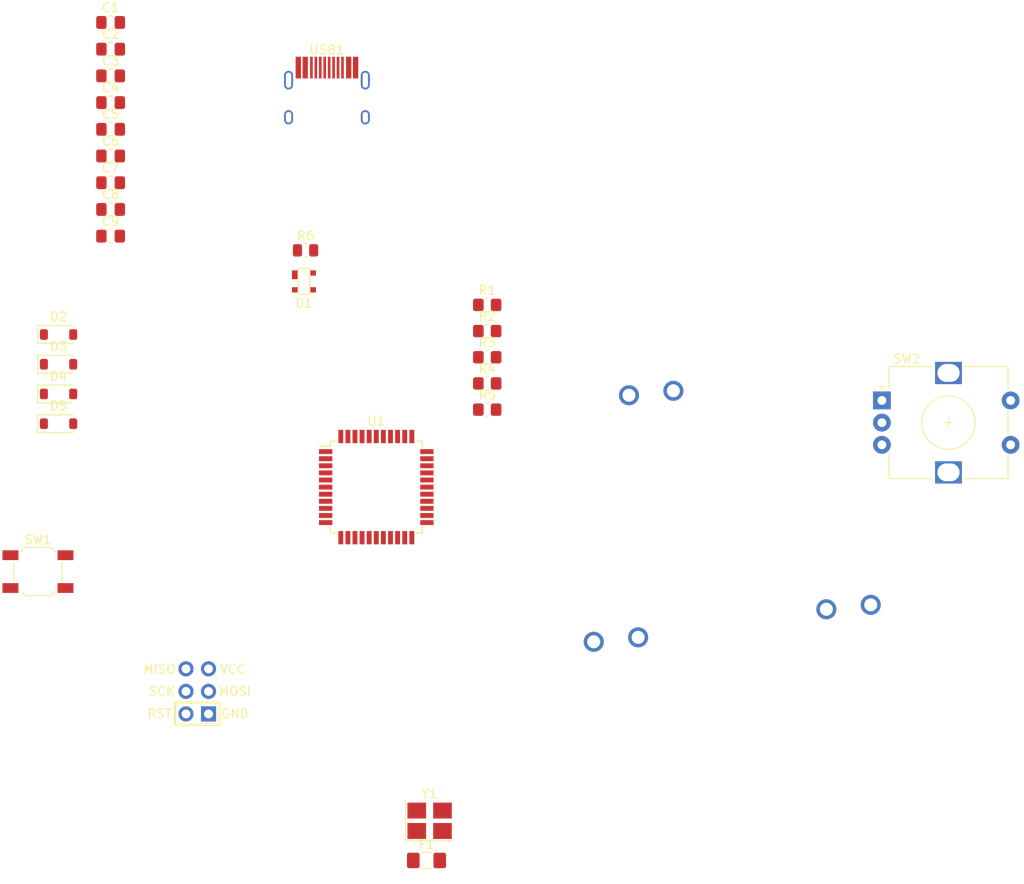
<source format=kicad_pcb>
(kicad_pcb (version 20240108) (generator "pcbnew") (generator_version "8.0")
  (layers (0 "F.Cu" signal) (31 "B.Cu" signal) (34 "B.Paste" user) (35 "F.Paste" user) (36 "B.SilkS" user "B.Silkscreen") (37 "F.SilkS" user "F.Silkscreen") (38 "B.Mask" user) (39 "F.Mask" user) (44 "Edge.Cuts" user))
  (net 0 "")
  (net 1 "XTAL1")
  (net 2 "GND")
  (net 3 "XTAL2")
  (net 4 "Net-(U1-UCAP)")
  (net 5 "ROT0")
  (net 6 "ROT1")
  (net 7 "+5V")
  (net 8 "VCC")
  (net 9 "Net-(D1-I{slash}O2)")
  (net 10 "Net-(D1-I{slash}O1)")
  (net 11 "ROW 0")
  (net 12 "Net-(D2-A)")
  (net 13 "Net-(D3-A)")
  (net 14 "Net-(D4-A)")
  (net 15 "ROW 1")
  (net 16 "Net-(D5-A)")
  (net 17 "SCK")
  (net 18 "MOSI")
  (net 19 "RESET")
  (net 20 "MISO")
  (net 21 "COL 1")
  (net 22 "COL 0")
  (net 23 "D-")
  (net 24 "D+")
  (net 25 "Net-(USB1-CC2)")
  (net 26 "Net-(USB1-CC1)")
  (net 27 "Net-(U1-~{HWB}{slash}PE2)")
  (footprint "Alps_Only:ALPS-1U" (layer "F.Cu") (at 186.53125 126.20625)
    (property "Reference" "MX2")
    (property "Value" "MX-NoLED")
    (pad "1" thru_hole circle (at -2.5 -4) (size 2.25 2.25) (drill 1.47) (layers "*.Cu" "B.Mask") (net 21 "COL 1"))
    (pad "2" thru_hole circle (at 2.5 -4.5) (size 2.25 2.25) (drill 1.47) (layers "*.Cu" "B.Mask") (net 16 "Net-(D5-A)"))
  )
  (footprint "Resistor_SMD:R_0805_2012Metric_Pad1.20x1.40mm_HandSolder" (layer "F.Cu") (at 172.0375 96.04375)
    (property "Reference" "R5" (at 0 -1.65 0) (layer "F.SilkS"))
    (property "Value" "5.1k")
    (fp_line (start -0.227064 -0.735) (end 0.227064 -0.735) (stroke (width 0.12)) (layer "F.SilkS"))
    (fp_line (start -0.227064 0.735) (end 0.227064 0.735) (stroke (width 0.12)) (layer "F.SilkS"))
    (pad "1" smd roundrect (at -1 0) (size 1.2 1.4) (layers "F.Cu" "F.Paste" "F.Mask") (roundrect_rratio 0.208333) (net 26 "Net-(USB1-CC1)"))
    (pad "2" smd roundrect (at 1 0) (size 1.2 1.4) (layers "F.Cu" "F.Paste" "F.Mask") (roundrect_rratio 0.208333) (net 2 "GND"))
  )
  (footprint "Fuse:Fuse_1206_3216Metric_Pad1.42x1.75mm_HandSolder" (layer "F.Cu") (at 165.2 146.84375)
    (property "Reference" "F1" (at 0 -1.82 0) (layer "F.SilkS"))
    (property "Value" "500mA")
    (fp_line (start -0.602064 -0.91) (end 0.602064 -0.91) (stroke (width 0.12)) (layer "F.SilkS"))
    (fp_line (start -0.602064 0.91) (end 0.602064 0.91) (stroke (width 0.12)) (layer "F.SilkS"))
    (pad "1" smd roundrect (at -1.4875 0) (size 1.425 1.75) (layers "F.Cu" "F.Paste" "F.Mask") (roundrect_rratio 0.175439) (net 8 "VCC"))
    (pad "2" smd roundrect (at 1.4875 0) (size 1.425 1.75) (layers "F.Cu" "F.Paste" "F.Mask") (roundrect_rratio 0.175439) (net 7 "+5V"))
  )
  (footprint "Capacitor_SMD:C_0805_2012Metric_Pad1.18x1.45mm_HandSolder" (layer "F.Cu") (at 129.625 58.43875)
    (property "Reference" "C3" (at 0 -1.68 0) (layer "F.SilkS"))
    (property "Value" "1 uF")
    (fp_line (start -0.261252 -0.735) (end 0.261252 -0.735) (stroke (width 0.12)) (layer "F.SilkS"))
    (fp_line (start -0.261252 0.735) (end 0.261252 0.735) (stroke (width 0.12)) (layer "F.SilkS"))
    (pad "1" smd roundrect (at -1.0375 0) (size 1.175 1.45) (layers "F.Cu" "F.Paste" "F.Mask") (roundrect_rratio 0.212766) (net 4 "Net-(U1-UCAP)"))
    (pad "2" smd roundrect (at 1.0375 0) (size 1.175 1.45) (layers "F.Cu" "F.Paste" "F.Mask") (roundrect_rratio 0.212766) (net 2 "GND"))
  )
  (footprint "Capacitor_SMD:C_0805_2012Metric_Pad1.18x1.45mm_HandSolder" (layer "F.Cu") (at 129.625 67.46875)
    (property "Reference" "C6" (at 0 -1.68 0) (layer "F.SilkS"))
    (property "Value" "0.1uF")
    (fp_line (start -0.261252 -0.735) (end 0.261252 -0.735) (stroke (width 0.12)) (layer "F.SilkS"))
    (fp_line (start -0.261252 0.735) (end 0.261252 0.735) (stroke (width 0.12)) (layer "F.SilkS"))
    (pad "1" smd roundrect (at -1.0375 0) (size 1.175 1.45) (layers "F.Cu" "F.Paste" "F.Mask") (roundrect_rratio 0.212766) (net 7 "+5V"))
    (pad "2" smd roundrect (at 1.0375 0) (size 1.175 1.45) (layers "F.Cu" "F.Paste" "F.Mask") (roundrect_rratio 0.212766) (net 2 "GND"))
  )
  (footprint "Resistor_SMD:R_0805_2012Metric_Pad1.20x1.40mm_HandSolder" (layer "F.Cu") (at 172.0375 90.14375)
    (property "Reference" "R3" (at 0 -1.65 0) (layer "F.SilkS"))
    (property "Value" "22")
    (fp_line (start -0.227064 -0.735) (end 0.227064 -0.735) (stroke (width 0.12)) (layer "F.SilkS"))
    (fp_line (start -0.227064 0.735) (end 0.227064 0.735) (stroke (width 0.12)) (layer "F.SilkS"))
    (pad "1" smd roundrect (at -1 0) (size 1.2 1.4) (layers "F.Cu" "F.Paste" "F.Mask") (roundrect_rratio 0.208333) (net 10 "Net-(D1-I{slash}O1)"))
    (pad "2" smd roundrect (at 1 0) (size 1.2 1.4) (layers "F.Cu" "F.Paste" "F.Mask") (roundrect_rratio 0.208333) (net 24 "D+"))
  )
  (footprint "Alps_Only:ALPS-1U" (layer "F.Cu") (at 212.725 122.54375)
    (property "Reference" "MX3")
    (property "Value" "MX-NoLED")
    (pad "1" thru_hole circle (at -2.5 -4) (size 2.25 2.25) (drill 1.47) (layers "*.Cu" "B.Mask") (net 22 "COL 0"))
    (pad "2" thru_hole circle (at 2.5 -4.5) (size 2.25 2.25) (drill 1.47) (layers "*.Cu" "B.Mask") (net 14 "Net-(D4-A)"))
  )
  (footprint "Diode_SMD:D_SOD-123" (layer "F.Cu") (at 123.7625 94.28125)
    (property "Reference" "D4" (at 0 -2 0) (layer "F.SilkS"))
    (property "Value" "SOD-123")
    (fp_line (start -2.36 -1) (end -2.36 1) (stroke (width 0.12)) (layer "F.SilkS"))
    (fp_line (start -2.36 -1) (end 1.65 -1) (stroke (width 0.12)) (layer "F.SilkS"))
    (fp_line (start -2.36 1) (end 1.65 1) (stroke (width 0.12)) (layer "F.SilkS"))
    (pad "1" smd roundrect (at -1.65 0) (size 0.9 1.2) (layers "F.Cu" "F.Paste" "F.Mask") (net 15 "ROW 1"))
    (pad "2" smd roundrect (at 1.65 0) (size 0.9 1.2) (layers "F.Cu" "F.Paste" "F.Mask") (net 14 "Net-(D4-A)"))
  )
  (footprint "Capacitor_SMD:C_0805_2012Metric_Pad1.18x1.45mm_HandSolder" (layer "F.Cu") (at 129.625 61.44875)
    (property "Reference" "C4" (at 0 -1.68 0) (layer "F.SilkS"))
    (property "Value" "100nF")
    (fp_line (start -0.261252 -0.735) (end 0.261252 -0.735) (stroke (width 0.12)) (layer "F.SilkS"))
    (fp_line (start -0.261252 0.735) (end 0.261252 0.735) (stroke (width 0.12)) (layer "F.SilkS"))
    (pad "1" smd roundrect (at -1.0375 0) (size 1.175 1.45) (layers "F.Cu" "F.Paste" "F.Mask") (roundrect_rratio 0.212766) (net 5 "ROT0"))
    (pad "2" smd roundrect (at 1.0375 0) (size 1.175 1.45) (layers "F.Cu" "F.Paste" "F.Mask") (roundrect_rratio 0.212766) (net 2 "GND"))
  )
  (footprint "Type-C:HRO-TYPE-C-31-M-12-HandSoldering" (layer "F.Cu") (at 153.9875 65.70375)
    (property "Reference" "USB1" (at 0 -10.2 0) (layer "F.SilkS"))
    (property "Value" "HRO-TYPE-C-31-M-12")
    (pad "" np_thru_hole circle (at -2.89 -6.25) (size 0.65 0.65) (drill 0.65) (layers "*.Cu" "*.Mask"))
    (pad "" np_thru_hole circle (at 2.89 -6.25) (size 0.65 0.65) (drill 0.65) (layers "*.Cu" "*.Mask"))
    (pad "1" smd rect (at -3.225 -8.195) (size 0.6 2.45) (layers "F.Cu" "F.Paste" "F.Mask") (net 2 "GND"))
    (pad "2" smd rect (at -2.45 -8.195) (size 0.6 2.45) (layers "F.Cu" "F.Paste" "F.Mask") (net 8 "VCC"))
    (pad "3" smd rect (at -1.75 -8.195) (size 0.3 2.45) (layers "F.Cu" "F.Paste" "F.Mask"))
    (pad "4" smd rect (at -1.25 -8.195) (size 0.3 2.45) (layers "F.Cu" "F.Paste" "F.Mask") (net 26 "Net-(USB1-CC1)"))
    (pad "5" smd rect (at -0.75 -8.195) (size 0.3 2.45) (layers "F.Cu" "F.Paste" "F.Mask") (net 9 "Net-(D1-I{slash}O2)"))
    (pad "6" smd rect (at -0.25 -8.195) (size 0.3 2.45) (layers "F.Cu" "F.Paste" "F.Mask") (net 10 "Net-(D1-I{slash}O1)"))
    (pad "7" smd rect (at 0.25 -8.195) (size 0.3 2.45) (layers "F.Cu" "F.Paste" "F.Mask") (net 9 "Net-(D1-I{slash}O2)"))
    (pad "8" smd rect (at 0.75 -8.195) (size 0.3 2.45) (layers "F.Cu" "F.Paste" "F.Mask") (net 10 "Net-(D1-I{slash}O1)"))
    (pad "9" smd rect (at 1.25 -8.195) (size 0.3 2.45) (layers "F.Cu" "F.Paste" "F.Mask"))
    (pad "10" smd rect (at 1.75 -8.195) (size 0.3 2.45) (layers "F.Cu" "F.Paste" "F.Mask") (net 25 "Net-(USB1-CC2)"))
    (pad "11" smd rect (at 2.45 -8.195) (size 0.6 2.45) (layers "F.Cu" "F.Paste" "F.Mask") (net 8 "VCC"))
    (pad "12" smd rect (at 3.225 -8.195) (size 0.6 2.45) (layers "F.Cu" "F.Paste" "F.Mask") (net 2 "GND"))
    (pad "13" thru_hole oval (at -4.32 -6.78) (size 1 2.1) (drill oval 0.6 1.7) (layers "*.Cu" "B.Mask") (net 2 "GND"))
    (pad "13" thru_hole oval (at -4.32 -2.6) (size 1 1.6) (drill oval 0.6 1.2) (layers "*.Cu" "B.Mask") (net 2 "GND"))
    (pad "13" thru_hole oval (at 4.32 -6.78) (size 1 2.1) (drill oval 0.6 1.7) (layers "*.Cu" "B.Mask") (net 2 "GND"))
    (pad "13" thru_hole oval (at 4.32 -2.6) (size 1 1.6) (drill oval 0.6 1.2) (layers "*.Cu" "B.Mask") (net 2 "GND"))
  )
  (footprint "random-keyboard-parts:Reset_Pretty-Mask" (layer "F.Cu") (at 139.3825 127.79375)
    (property "Reference" "J1")
    (property "Value" "AVR-ISP-6")
    (fp_line (start -2.5 1.25) (end 2.5 1.25) (stroke (width 0.25)) (layer "F.SilkS"))
    (fp_line (start -2.5 3.75) (end -2.5 1.25) (stroke (width 0.25)) (layer "F.SilkS"))
    (fp_line (start 2.5 1.25) (end 2.5 3.75) (stroke (width 0.25)) (layer "F.SilkS"))
    (fp_line (start 2.5 3.75) (end -2.5 3.75) (stroke (width 0.25)) (layer "F.SilkS"))
    (fp_text user "MOSI" (at 4.25 0 0) (layer "F.SilkS"))
    (fp_text user "MISO" (at -4.25 -2.5 0) (layer "F.SilkS"))
    (fp_text user "SCK" (at -4 0 0) (layer "F.SilkS"))
    (fp_text user "GND" (at 4.25 2.5 0) (layer "F.SilkS"))
    (fp_text user "VCC" (at 4 -2.5 0) (layer "F.SilkS"))
    (fp_text user "RST" (at -4.25 2.5 0) (layer "F.SilkS"))
    (pad "1" thru_hole circle (at -1.27 -2.54) (size 1.7 1.7) (drill 1) (layers "*.Cu" "F.Mask") (net 20 "MISO"))
    (pad "2" thru_hole circle (at 1.27 -2.54) (size 1.7 1.7) (drill 1) (layers "*.Cu" "F.Mask") (net 7 "+5V"))
    (pad "3" thru_hole circle (at -1.27 0) (size 1.7 1.7) (drill 1) (layers "*.Cu" "F.Mask") (net 17 "SCK"))
    (pad "4" thru_hole circle (at 1.27 0) (size 1.7 1.7) (drill 1) (layers "*.Cu" "F.Mask") (net 18 "MOSI"))
    (pad "5" thru_hole circle (at -1.27 2.54) (size 1.7 1.7) (drill 1) (layers "*.Cu" "F.Mask") (net 19 "RESET"))
    (pad "6" thru_hole rect (at 1.27 2.54) (size 1.7 1.7) (drill 1) (layers "*.Cu" "F.Mask") (net 2 "GND"))
  )
  (footprint "Package_QFP:TQFP-44_10x10mm_P0.8mm" (layer "F.Cu") (at 159.54375 104.775)
    (property "Reference" "U1" (at 0 -7.45 0) (layer "F.SilkS"))
    (property "Value" "ATmega32U4-A")
    (fp_line (start -5.175 -5.175) (end -5.175 -4.6) (stroke (width 0.15)) (layer "F.SilkS"))
    (fp_line (start -5.175 -5.175) (end -4.5 -5.175) (stroke (width 0.15)) (layer "F.SilkS"))
    (fp_line (start -5.175 -4.6) (end -6.45 -4.6) (stroke (width 0.15)) (layer "F.SilkS"))
    (fp_line (start -5.175 5.175) (end -5.175 4.5) (stroke (width 0.15)) (layer "F.SilkS"))
    (fp_line (start -5.175 5.175) (end -4.5 5.175) (stroke (width 0.15)) (layer "F.SilkS"))
    (fp_line (start 5.175 -5.175) (end 4.5 -5.175) (stroke (width 0.15)) (layer "F.SilkS"))
    (fp_line (start 5.175 -5.175) (end 5.175 -4.5) (stroke (width 0.15)) (layer "F.SilkS"))
    (fp_line (start 5.175 5.175) (end 4.5 5.175) (stroke (width 0.15)) (layer "F.SilkS"))
    (fp_line (start 5.175 5.175) (end 5.175 4.5) (stroke (width 0.15)) (layer "F.SilkS"))
    (pad "1" smd rect (at -5.7 -4) (size 1.5 0.55) (layers "F.Cu" "F.Paste" "F.Mask") (net 11 "ROW 0"))
    (pad "2" smd rect (at -5.7 -3.2) (size 1.5 0.55) (layers "F.Cu" "F.Paste" "F.Mask") (net 7 "+5V"))
    (pad "3" smd rect (at -5.7 -2.4) (size 1.5 0.55) (layers "F.Cu" "F.Paste" "F.Mask") (net 23 "D-"))
    (pad "4" smd rect (at -5.7 -1.6) (size 1.5 0.55) (layers "F.Cu" "F.Paste" "F.Mask") (net 24 "D+"))
    (pad "5" smd rect (at -5.7 -0.8) (size 1.5 0.55) (layers "F.Cu" "F.Paste" "F.Mask") (net 2 "GND"))
    (pad "6" smd rect (at -5.7 0) (size 1.5 0.55) (layers "F.Cu" "F.Paste" "F.Mask") (net 4 "Net-(U1-UCAP)"))
    (pad "7" smd rect (at -5.7 0.8) (size 1.5 0.55) (layers "F.Cu" "F.Paste" "F.Mask") (net 7 "+5V"))
    (pad "8" smd rect (at -5.7 1.6) (size 1.5 0.55) (layers "F.Cu" "F.Paste" "F.Mask"))
    (pad "9" smd rect (at -5.7 2.4) (size 1.5 0.55) (layers "F.Cu" "F.Paste" "F.Mask") (net 17 "SCK"))
    (pad "10" smd rect (at -5.7 3.2) (size 1.5 0.55) (layers "F.Cu" "F.Paste" "F.Mask") (net 18 "MOSI"))
    (pad "11" smd rect (at -5.7 4) (size 1.5 0.55) (layers "F.Cu" "F.Paste" "F.Mask") (net 20 "MISO"))
    (pad "12" smd rect (at -4 5.7 90) (size 1.5 0.55) (layers "F.Cu" "F.Paste" "F.Mask"))
    (pad "13" smd rect (at -3.2 5.7 90) (size 1.5 0.55) (layers "F.Cu" "F.Paste" "F.Mask") (net 19 "RESET"))
    (pad "14" smd rect (at -2.4 5.7 90) (size 1.5 0.55) (layers "F.Cu" "F.Paste" "F.Mask") (net 7 "+5V"))
    (pad "15" smd rect (at -1.6 5.7 90) (size 1.5 0.55) (layers "F.Cu" "F.Paste" "F.Mask") (net 2 "GND"))
    (pad "16" smd rect (at -0.8 5.7 90) (size 1.5 0.55) (layers "F.Cu" "F.Paste" "F.Mask") (net 3 "XTAL2"))
    (pad "17" smd rect (at 0 5.7 90) (size 1.5 0.55) (layers "F.Cu" "F.Paste" "F.Mask") (net 1 "XTAL1"))
    (pad "18" smd rect (at 0.8 5.7 90) (size 1.5 0.55) (layers "F.Cu" "F.Paste" "F.Mask"))
    (pad "19" smd rect (at 1.6 5.7 90) (size 1.5 0.55) (layers "F.Cu" "F.Paste" "F.Mask"))
    (pad "20" smd rect (at 2.4 5.7 90) (size 1.5 0.55) (layers "F.Cu" "F.Paste" "F.Mask"))
    (pad "21" smd rect (at 3.2 5.7 90) (size 1.5 0.55) (layers "F.Cu" "F.Paste" "F.Mask"))
    (pad "22" smd rect (at 4 5.7 90) (size 1.5 0.55) (layers "F.Cu" "F.Paste" "F.Mask"))
    (pad "23" smd rect (at 5.7 4) (size 1.5 0.55) (layers "F.Cu" "F.Paste" "F.Mask") (net 2 "GND"))
    (pad "24" smd rect (at 5.7 3.2) (size 1.5 0.55) (layers "F.Cu" "F.Paste" "F.Mask") (net 7 "+5V"))
    (pad "25" smd rect (at 5.7 2.4) (size 1.5 0.55) (layers "F.Cu" "F.Paste" "F.Mask"))
    (pad "26" smd rect (at 5.7 1.6) (size 1.5 0.55) (layers "F.Cu" "F.Paste" "F.Mask"))
    (pad "27" smd rect (at 5.7 0.8) (size 1.5 0.55) (layers "F.Cu" "F.Paste" "F.Mask"))
    (pad "28" smd rect (at 5.7 0) (size 1.5 0.55) (layers "F.Cu" "F.Paste" "F.Mask") (net 22 "COL 0"))
    (pad "29" smd rect (at 5.7 -0.8) (size 1.5 0.55) (layers "F.Cu" "F.Paste" "F.Mask") (net 21 "COL 1"))
    (pad "30" smd rect (at 5.7 -1.6) (size 1.5 0.55) (layers "F.Cu" "F.Paste" "F.Mask"))
    (pad "31" smd rect (at 5.7 -2.4) (size 1.5 0.55) (layers "F.Cu" "F.Paste" "F.Mask") (net 5 "ROT0"))
    (pad "32" smd rect (at 5.7 -3.2) (size 1.5 0.55) (layers "F.Cu" "F.Paste" "F.Mask") (net 6 "ROT1"))
    (pad "33" smd rect (at 5.7 -4) (size 1.5 0.55) (layers "F.Cu" "F.Paste" "F.Mask") (net 27 "Net-(U1-~{HWB}{slash}PE2)"))
    (pad "34" smd rect (at 4 -5.7 90) (size 1.5 0.55) (layers "F.Cu" "F.Paste" "F.Mask") (net 7 "+5V"))
    (pad "35" smd rect (at 3.2 -5.7 90) (size 1.5 0.55) (layers "F.Cu" "F.Paste" "F.Mask") (net 2 "GND"))
    (pad "36" smd rect (at 2.4 -5.7 90) (size 1.5 0.55) (layers "F.Cu" "F.Paste" "F.Mask"))
    (pad "37" smd rect (at 1.6 -5.7 90) (size 1.5 0.55) (layers "F.Cu" "F.Paste" "F.Mask"))
    (pad "38" smd rect (at 0.8 -5.7 90) (size 1.5 0.55) (layers "F.Cu" "F.Paste" "F.Mask") (net 15 "ROW 1"))
    (pad "39" smd rect (at 0 -5.7 90) (size 1.5 0.55) (layers "F.Cu" "F.Paste" "F.Mask"))
    (pad "40" smd rect (at -0.8 -5.7 90) (size 1.5 0.55) (layers "F.Cu" "F.Paste" "F.Mask"))
    (pad "41" smd rect (at -1.6 -5.7 90) (size 1.5 0.55) (layers "F.Cu" "F.Paste" "F.Mask"))
    (pad "42" smd rect (at -2.4 -5.7 90) (size 1.5 0.55) (layers "F.Cu" "F.Paste" "F.Mask"))
    (pad "43" smd rect (at -3.2 -5.7 90) (size 1.5 0.55) (layers "F.Cu" "F.Paste" "F.Mask") (net 2 "GND"))
    (pad "44" smd rect (at -4 -5.7 90) (size 1.5 0.55) (layers "F.Cu" "F.Paste" "F.Mask") (net 7 "+5V"))
  )
  (footprint "Resistor_SMD:R_0805_2012Metric_Pad1.20x1.40mm_HandSolder" (layer "F.Cu") (at 172.0375 87.19375)
    (property "Reference" "R2" (at 0 -1.65 0) (layer "F.SilkS"))
    (property "Value" "10k")
    (fp_line (start -0.227064 -0.735) (end 0.227064 -0.735) (stroke (width 0.12)) (layer "F.SilkS"))
    (fp_line (start -0.227064 0.735) (end 0.227064 0.735) (stroke (width 0.12)) (layer "F.SilkS"))
    (pad "1" smd roundrect (at -1 0) (size 1.2 1.4) (layers "F.Cu" "F.Paste" "F.Mask") (roundrect_rratio 0.208333) (net 19 "RESET"))
    (pad "2" smd roundrect (at 1 0) (size 1.2 1.4) (layers "F.Cu" "F.Paste" "F.Mask") (roundrect_rratio 0.208333) (net 7 "+5V"))
  )
  (footprint "Resistor_SMD:R_0805_2012Metric" (layer "F.Cu") (at 151.58 78.1)
    (property "Reference" "R6" (at 0 -1.65 0) (layer "F.SilkS"))
    (property "Value" "10k")
    (fp_line (start -0.227064 -0.735) (end 0.227064 -0.735) (stroke (width 0.12)) (layer "F.SilkS"))
    (fp_line (start -0.227064 0.735) (end 0.227064 0.735) (stroke (width 0.12)) (layer "F.SilkS"))
    (pad "1" smd roundrect (at -0.9125 0) (size 1.025 1.4) (layers "F.Cu" "F.Paste" "F.Mask") (roundrect_rratio 0.243902) (net 27 "Net-(U1-~{HWB}{slash}PE2)"))
    (pad "2" smd roundrect (at 0.9125 0) (size 1.025 1.4) (layers "F.Cu" "F.Paste" "F.Mask") (roundrect_rratio 0.243902) (net 2 "GND"))
  )
  (footprint "Crystal:Crystal_SMD_3225-4Pin_3.2x2.5mm_HandSoldering" (layer "F.Cu") (at 165.55 142.37375)
    (property "Reference" "Y1" (at 0 -3.05 0) (layer "F.SilkS"))
    (property "Value" "16Mhz")
    (fp_line (start -2.7 -2.25) (end -2.7 2.25) (stroke (width 0.12)) (layer "F.SilkS"))
    (fp_line (start -2.7 2.25) (end 2.7 2.25) (stroke (width 0.12)) (layer "F.SilkS"))
    (pad "1" smd rect (at -1.45 1.15) (size 2.1 1.8) (layers "F.Cu" "F.Paste" "F.Mask") (net 1 "XTAL1"))
    (pad "2" smd rect (at 1.45 1.15) (size 2.1 1.8) (layers "F.Cu" "F.Paste" "F.Mask") (net 2 "GND"))
    (pad "3" smd rect (at 1.45 -1.15) (size 2.1 1.8) (layers "F.Cu" "F.Paste" "F.Mask") (net 3 "XTAL2"))
    (pad "4" smd rect (at -1.45 -1.15) (size 2.1 1.8) (layers "F.Cu" "F.Paste" "F.Mask") (net 2 "GND"))
  )
  (footprint "Rotary_Encoder:RotaryEncoder_Alps_EC12E-Switch_Vertical_H20mm" (layer "F.Cu") (at 216.48125 95.0125)
    (property "Reference" "SW2" (at 2.8 -4.7 0) (layer "F.SilkS"))
    (property "Value" "RotaryEncoder_Switch")
    (fp_line (start -0.3 -1.6) (end 0.3 -1.6) (stroke (width 0.12)) (layer "F.SilkS"))
    (fp_line (start 0 -1.3) (end -0.3 -1.6) (stroke (width 0.12)) (layer "F.SilkS"))
    (fp_line (start 0.3 -1.6) (end 0 -1.3) (stroke (width 0.12)) (layer "F.SilkS"))
    (fp_line (start 0.8 -3.8) (end 0.8 -1.3) (stroke (width 0.12)) (layer "F.SilkS"))
    (fp_line (start 0.8 8.8) (end 0.8 6) (stroke (width 0.12)) (layer "F.SilkS"))
    (fp_line (start 5.6 -3.8) (end 0.8 -3.8) (stroke (width 0.12)) (layer "F.SilkS"))
    (fp_line (start 5.7 8.8) (end 0.8 8.8) (stroke (width 0.12)) (layer "F.SilkS"))
    (fp_line (start 7 2.5) (end 8 2.5) (stroke (width 0.12)) (layer "F.SilkS"))
    (fp_line (start 7.5 2) (end 7.5 3) (stroke (width 0.12)) (layer "F.SilkS"))
    (fp_line (start 9.3 -3.8) (end 14.2 -3.8) (stroke (width 0.12)) (layer "F.SilkS"))
    (fp_line (start 14.2 -3.8) (end 14.2 -1.2) (stroke (width 0.12)) (layer "F.SilkS"))
    (fp_line (start 14.2 1.2) (end 14.2 3.8) (stroke (width 0.12)) (layer "F.SilkS"))
    (fp_line (start 14.2 6.2) (end 14.2 8.8) (stroke (width 0.12)) (layer "F.SilkS"))
    (fp_line (start 14.2 8.8) (end 9.3 8.8) (stroke (width 0.12)) (layer "F.SilkS"))
    (fp_circle (center 7.5 2.5) (end 10.5 2.5) (stroke (width 0.12)) (fill none) (layer "F.SilkS"))
    (pad "A" thru_hole rect (at 0 0) (size 2 2) (drill 1) (layers "*.Cu" "*.Mask") (net 5 "ROT0"))
    (pad "B" thru_hole circle (at 0 5) (size 2 2) (drill 1) (layers "*.Cu" "*.Mask") (net 6 "ROT1"))
    (pad "C" thru_hole circle (at 0 2.5) (size 2 2) (drill 1) (layers "*.Cu" "*.Mask") (net 2 "GND"))
    (pad "MP" thru_hole rect (at 7.5 -3.1) (size 3 2.5) (drill oval 2.5 2) (layers "*.Cu" "*.Mask"))
    (pad "MP" thru_hole rect (at 7.5 8.1) (size 3 2.5) (drill oval 2.5 2) (layers "*.Cu" "*.Mask"))
    (pad "S1" thru_hole circle (at 14.5 0) (size 2 2) (drill 1) (layers "*.Cu" "*.Mask") (net 22 "COL 0"))
    (pad "S2" thru_hole circle (at 14.5 5) (size 2 2) (drill 1) (layers "*.Cu" "*.Mask") (net 12 "Net-(D2-A)"))
  )
  (footprint "Capacitor_SMD:C_0805_2012Metric_Pad1.18x1.45mm_HandSolder" (layer "F.Cu") (at 129.625 64.45875)
    (property "Reference" "C5" (at 0 -1.68 0) (layer "F.SilkS"))
    (property "Value" "100nF")
    (fp_line (start -0.261252 -0.735) (end 0.261252 -0.735) (stroke (width 0.12)) (layer "F.SilkS"))
    (fp_line (start -0.261252 0.735) (end 0.261252 0.735) (stroke (width 0.12)) (layer "F.SilkS"))
    (pad "1" smd roundrect (at -1.0375 0) (size 1.175 1.45) (layers "F.Cu" "F.Paste" "F.Mask") (roundrect_rratio 0.212766) (net 2 "GND"))
    (pad "2" smd roundrect (at 1.0375 0) (size 1.175 1.45) (layers "F.Cu" "F.Paste" "F.Mask") (roundrect_rratio 0.212766) (net 6 "ROT1"))
  )
  (footprint "Capacitor_SMD:C_0805_2012Metric_Pad1.18x1.45mm_HandSolder" (layer "F.Cu") (at 129.625 73.48875)
    (property "Reference" "C8" (at 0 -1.68 0) (layer "F.SilkS"))
    (property "Value" "0.1uF")
    (fp_line (start -0.261252 -0.735) (end 0.261252 -0.735) (stroke (width 0.12)) (layer "F.SilkS"))
    (fp_line (start -0.261252 0.735) (end 0.261252 0.735) (stroke (width 0.12)) (layer "F.SilkS"))
    (pad "1" smd roundrect (at -1.0375 0) (size 1.175 1.45) (layers "F.Cu" "F.Paste" "F.Mask") (roundrect_rratio 0.212766) (net 7 "+5V"))
    (pad "2" smd roundrect (at 1.0375 0) (size 1.175 1.45) (layers "F.Cu" "F.Paste" "F.Mask") (roundrect_rratio 0.212766) (net 2 "GND"))
  )
  (footprint "Diode_SMD:D_SOD-123" (layer "F.Cu") (at 123.7625 97.63125)
    (property "Reference" "D5" (at 0 -2 0) (layer "F.SilkS"))
    (property "Value" "SOD-123")
    (fp_line (start -2.36 -1) (end -2.36 1) (stroke (width 0.12)) (layer "F.SilkS"))
    (fp_line (start -2.36 -1) (end 1.65 -1) (stroke (width 0.12)) (layer "F.SilkS"))
    (fp_line (start -2.36 1) (end 1.65 1) (stroke (width 0.12)) (layer "F.SilkS"))
    (pad "1" smd roundrect (at -1.65 0) (size 0.9 1.2) (layers "F.Cu" "F.Paste" "F.Mask") (net 15 "ROW 1"))
    (pad "2" smd roundrect (at 1.65 0) (size 0.9 1.2) (layers "F.Cu" "F.Paste" "F.Mask") (net 16 "Net-(D5-A)"))
  )
  (footprint "Button_Switch_SMD:SW_SPST_SKQG_WithStem" (layer "F.Cu") (at 121.44375 114.3)
    (property "Reference" "SW1" (at 0 -3.6 0) (layer "F.SilkS"))
    (property "Value" "SW_Push")
    (fp_line (start -2.72 1.04) (end -2.72 -1.04) (stroke (width 0.12)) (layer "F.SilkS"))
    (fp_line (start -1.45 -2.72) (end -1.94 -2.23) (stroke (width 0.12)) (layer "F.SilkS"))
    (fp_line (start -1.45 -2.72) (end 1.45 -2.72) (stroke (width 0.12)) (layer "F.SilkS"))
    (fp_line (start -1.45 2.72) (end -1.94 2.23) (stroke (width 0.12)) (layer "F.SilkS"))
    (fp_line (start -1.45 2.72) (end 1.45 2.72) (stroke (width 0.12)) (layer "F.SilkS"))
    (fp_line (start 1.45 -2.72) (end 1.94 -2.23) (stroke (width 0.12)) (layer "F.SilkS"))
    (fp_line (start 1.45 2.72) (end 1.94 2.23) (stroke (width 0.12)) (layer "F.SilkS"))
    (fp_line (start 2.72 1.04) (end 2.72 -1.04) (stroke (width 0.12)) (layer "F.SilkS"))
    (pad "1" smd rect (at -3.1 -1.85) (size 1.8 1.1) (layers "F.Cu" "F.Paste" "F.Mask") (net 2 "GND"))
    (pad "1" smd rect (at 3.1 -1.85) (size 1.8 1.1) (layers "F.Cu" "F.Paste" "F.Mask") (net 2 "GND"))
    (pad "2" smd rect (at -3.1 1.85) (size 1.8 1.1) (layers "F.Cu" "F.Paste" "F.Mask") (net 19 "RESET"))
    (pad "2" smd rect (at 3.1 1.85) (size 1.8 1.1) (layers "F.Cu" "F.Paste" "F.Mask") (net 19 "RESET"))
  )
  (footprint "Resistor_SMD:R_0805_2012Metric_Pad1.20x1.40mm_HandSolder" (layer "F.Cu") (at 172.0375 84.24375)
    (property "Reference" "R1" (at 0 -1.65 0) (layer "F.SilkS"))
    (property "Value" "22")
    (fp_line (start -0.227064 -0.735) (end 0.227064 -0.735) (stroke (width 0.12)) (layer "F.SilkS"))
    (fp_line (start -0.227064 0.735) (end 0.227064 0.735) (stroke (width 0.12)) (layer "F.SilkS"))
    (pad "1" smd roundrect (at -1 0) (size 1.2 1.4) (layers "F.Cu" "F.Paste" "F.Mask") (roundrect_rratio 0.208333) (net 9 "Net-(D1-I{slash}O2)"))
    (pad "2" smd roundrect (at 1 0) (size 1.2 1.4) (layers "F.Cu" "F.Paste" "F.Mask") (roundrect_rratio 0.208333) (net 23 "D-"))
  )
  (footprint "Diode_SMD:D_SOD-123" (layer "F.Cu") (at 123.7625 87.58125)
    (property "Reference" "D2" (at 0 -2 0) (layer "F.SilkS"))
    (property "Value" "SOD-123")
    (fp_line (start -2.36 -1) (end -2.36 1) (stroke (width 0.12)) (layer "F.SilkS"))
    (fp_line (start -2.36 -1) (end 1.65 -1) (stroke (width 0.12)) (layer "F.SilkS"))
    (fp_line (start -2.36 1) (end 1.65 1) (stroke (width 0.12)) (layer "F.SilkS"))
    (pad "1" smd roundrect (at -1.65 0) (size 0.9 1.2) (layers "F.Cu" "F.Paste" "F.Mask") (net 11 "ROW 0"))
    (pad "2" smd roundrect (at 1.65 0) (size 0.9 1.2) (layers "F.Cu" "F.Paste" "F.Mask") (net 12 "Net-(D2-A)"))
  )
  (footprint "Alps_Only:ALPS-1U" (layer "F.Cu") (at 190.5 98.425)
    (property "Reference" "MX1")
    (property "Value" "MX-NoLED")
    (pad "1" thru_hole circle (at -2.5 -4) (size 2.25 2.25) (drill 1.47) (layers "*.Cu" "B.Mask") (net 21 "COL 1"))
    (pad "2" thru_hole circle (at 2.5 -4.5) (size 2.25 2.25) (drill 1.47) (layers "*.Cu" "B.Mask") (net 13 "Net-(D3-A)"))
  )
  (footprint "random-keyboard-parts:SOT143B" (layer "F.Cu") (at 151.4 81.6)
    (property "Reference" "D1" (at 0 2.45 0) (layer "F.SilkS"))
    (property "Value" "PRTR5V0U2X")
    (fp_line (start -0.65 -1.45) (end -0.65 1.45) (stroke (width 0.15)) (layer "F.SilkS"))
    (fp_line (start -0.65 1.45) (end 0.65 1.45) (stroke (width 0.15)) (layer "F.SilkS"))
    (fp_line (start 0.65 -1.45) (end -0.65 -1.45) (stroke (width 0.15)) (layer "F.SilkS"))
    (fp_line (start 0.65 -1.45) (end 0.65 1.45) (stroke (width 0.15)) (layer "F.SilkS"))
    (pad "1" smd rect (at -1 -0.75 270) (size 1 0.7) (layers "F.Cu" "F.Paste" "F.Mask") (net 2 "GND"))
    (pad "2" smd rect (at -1 0.95 270) (size 0.6 0.7) (layers "F.Cu" "F.Paste" "F.Mask") (net 10 "Net-(D1-I{slash}O1)"))
    (pad "3" smd rect (at 1 0.95 270) (size 0.6 0.7) (layers "F.Cu" "F.Paste" "F.Mask") (net 9 "Net-(D1-I{slash}O2)"))
    (pad "4" smd rect (at 1 -0.95 270) (size 0.6 0.7) (layers "F.Cu" "F.Paste" "F.Mask") (net 8 "VCC"))
  )
  (footprint "Capacitor_SMD:C_0805_2012Metric_Pad1.18x1.45mm_HandSolder" (layer "F.Cu") (at 129.625 76.49875)
    (property "Reference" "C9" (at 0 -1.68 0) (layer "F.SilkS"))
    (property "Value" "10uF")
    (fp_line (start -0.261252 -0.735) (end 0.261252 -0.735) (stroke (width 0.12)) (layer "F.SilkS"))
    (fp_line (start -0.261252 0.735) (end 0.261252 0.735) (stroke (width 0.12)) (layer "F.SilkS"))
    (pad "1" smd roundrect (at -1.0375 0) (size 1.175 1.45) (layers "F.Cu" "F.Paste" "F.Mask") (roundrect_rratio 0.212766) (net 7 "+5V"))
    (pad "2" smd roundrect (at 1.0375 0) (size 1.175 1.45) (layers "F.Cu" "F.Paste" "F.Mask") (roundrect_rratio 0.212766) (net 2 "GND"))
  )
  (footprint "Capacitor_SMD:C_0805_2012Metric_Pad1.18x1.45mm_HandSolder" (layer "F.Cu") (at 129.625 52.41875)
    (property "Reference" "C1" (at 0 -1.68 0) (layer "F.SilkS"))
    (property "Value" "22pF")
    (fp_line (start -0.261252 -0.735) (end 0.261252 -0.735) (stroke (width 0.12)) (layer "F.SilkS"))
    (fp_line (start -0.261252 0.735) (end 0.261252 0.735) (stroke (width 0.12)) (layer "F.SilkS"))
    (pad "1" smd roundrect (at -1.0375 0) (size 1.175 1.45) (layers "F.Cu" "F.Paste" "F.Mask") (roundrect_rratio 0.212766) (net 2 "GND"))
    (pad "2" smd roundrect (at 1.0375 0) (size 1.175 1.45) (layers "F.Cu" "F.Paste" "F.Mask") (roundrect_rratio 0.212766) (net 1 "XTAL1"))
  )
  (footprint "Diode_SMD:D_SOD-123" (layer "F.Cu") (at 123.7625 90.93125)
    (property "Reference" "D3" (at 0 -2 0) (layer "F.SilkS"))
    (property "Value" "SOD-123")
    (fp_line (start -2.36 -1) (end -2.36 1) (stroke (width 0.12)) (layer "F.SilkS"))
    (fp_line (start -2.36 -1) (end 1.65 -1) (stroke (width 0.12)) (layer "F.SilkS"))
    (fp_line (start -2.36 1) (end 1.65 1) (stroke (width 0.12)) (layer "F.SilkS"))
    (pad "1" smd roundrect (at -1.65 0) (size 0.9 1.2) (layers "F.Cu" "F.Paste" "F.Mask") (net 11 "ROW 0"))
    (pad "2" smd roundrect (at 1.65 0) (size 0.9 1.2) (layers "F.Cu" "F.Paste" "F.Mask") (net 13 "Net-(D3-A)"))
  )
  (footprint "Capacitor_SMD:C_0805_2012Metric_Pad1.18x1.45mm_HandSolder" (layer "F.Cu") (at 129.625 70.47875)
    (property "Reference" "C7" (at 0 -1.68 0) (layer "F.SilkS"))
    (property "Value" "0.1uF")
    (fp_line (start -0.261252 -0.735) (end 0.261252 -0.735) (stroke (width 0.12)) (layer "F.SilkS"))
    (fp_line (start -0.261252 0.735) (end 0.261252 0.735) (stroke (width 0.12)) (layer "F.SilkS"))
    (pad "1" smd roundrect (at -1.0375 0) (size 1.175 1.45) (layers "F.Cu" "F.Paste" "F.Mask") (roundrect_rratio 0.212766) (net 7 "+5V"))
    (pad "2" smd roundrect (at 1.0375 0) (size 1.175 1.45) (layers "F.Cu" "F.Paste" "F.Mask") (roundrect_rratio 0.212766) (net 2 "GND"))
  )
  (footprint "Capacitor_SMD:C_0805_2012Metric_Pad1.18x1.45mm_HandSolder" (layer "F.Cu") (at 129.625 55.42875)
    (property "Reference" "C2" (at 0 -1.68 0) (layer "F.SilkS"))
    (property "Value" "22pF")
    (fp_line (start -0.261252 -0.735) (end 0.261252 -0.735) (stroke (width 0.12)) (layer "F.SilkS"))
    (fp_line (start -0.261252 0.735) (end 0.261252 0.735) (stroke (width 0.12)) (layer "F.SilkS"))
    (pad "1" smd roundrect (at -1.0375 0) (size 1.175 1.45) (layers "F.Cu" "F.Paste" "F.Mask") (roundrect_rratio 0.212766) (net 3 "XTAL2"))
    (pad "2" smd roundrect (at 1.0375 0) (size 1.175 1.45) (layers "F.Cu" "F.Paste" "F.Mask") (roundrect_rratio 0.212766) (net 2 "GND"))
  )
  (footprint "Resistor_SMD:R_0805_2012Metric_Pad1.20x1.40mm_HandSolder" (layer "F.Cu") (at 172.0375 93.09375)
    (property "Reference" "R4" (at 0 -1.65 0) (layer "F.SilkS"))
    (property "Value" "5.1k")
    (fp_line (start -0.227064 -0.735) (end 0.227064 -0.735) (stroke (width 0.12)) (layer "F.SilkS"))
    (fp_line (start -0.227064 0.735) (end 0.227064 0.735) (stroke (width 0.12)) (layer "F.SilkS"))
    (pad "1" smd roundrect (at -1 0) (size 1.2 1.4) (layers "F.Cu" "F.Paste" "F.Mask") (roundrect_rratio 0.208333) (net 25 "Net-(USB1-CC2)"))
    (pad "2" smd roundrect (at 1 0) (size 1.2 1.4) (layers "F.Cu" "F.Paste" "F.Mask") (roundrect_rratio 0.208333) (net 2 "GND"))
  )
)
</source>
